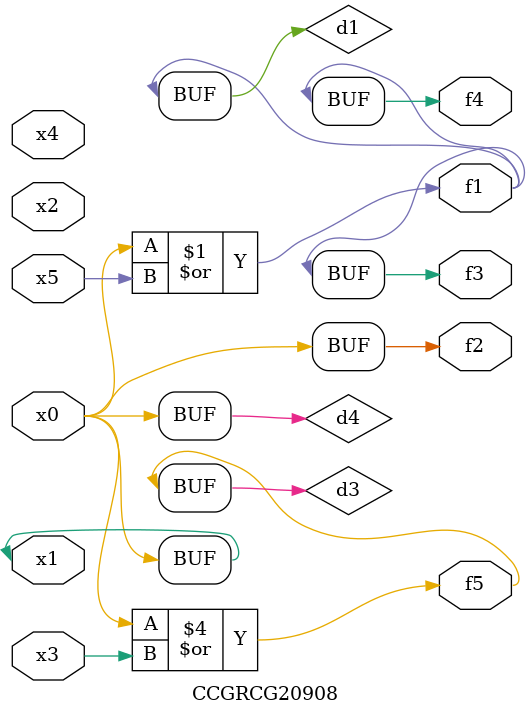
<source format=v>
module CCGRCG20908(
	input x0, x1, x2, x3, x4, x5,
	output f1, f2, f3, f4, f5
);

	wire d1, d2, d3, d4;

	or (d1, x0, x5);
	xnor (d2, x1, x4);
	or (d3, x0, x3);
	buf (d4, x0, x1);
	assign f1 = d1;
	assign f2 = d4;
	assign f3 = d1;
	assign f4 = d1;
	assign f5 = d3;
endmodule

</source>
